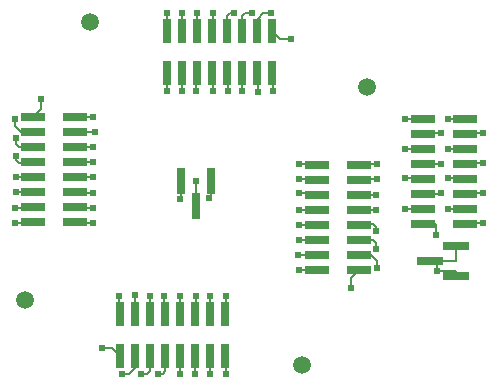
<source format=gtl>
G75*
%MOIN*%
%OFA0B0*%
%FSLAX25Y25*%
%IPPOS*%
%LPD*%
%AMOC8*
5,1,8,0,0,1.08239X$1,22.5*
%
%ADD10R,0.02992X0.08858*%
%ADD11R,0.02992X0.08071*%
%ADD12R,0.08071X0.02992*%
%ADD13R,0.08858X0.02992*%
%ADD14C,0.05937*%
%ADD15C,0.00787*%
%ADD16C,0.02381*%
D10*
X0146669Y0207299D03*
X0141669Y0215961D03*
X0151669Y0215961D03*
D11*
X0152043Y0251886D03*
X0147043Y0251886D03*
X0142043Y0251886D03*
X0137043Y0251886D03*
X0137043Y0265862D03*
X0142043Y0265862D03*
X0147043Y0265862D03*
X0152043Y0265862D03*
X0157043Y0265862D03*
X0162043Y0265862D03*
X0167043Y0265862D03*
X0172043Y0265862D03*
X0172043Y0251886D03*
X0167043Y0251886D03*
X0162043Y0251886D03*
X0157043Y0251886D03*
X0156295Y0171374D03*
X0151295Y0171374D03*
X0146295Y0171374D03*
X0141295Y0171374D03*
X0136295Y0171374D03*
X0131295Y0171374D03*
X0126295Y0171374D03*
X0121295Y0171374D03*
X0121295Y0157398D03*
X0126295Y0157398D03*
X0131295Y0157398D03*
X0136295Y0157398D03*
X0141295Y0157398D03*
X0146295Y0157398D03*
X0151295Y0157398D03*
X0156295Y0157398D03*
D12*
X0186925Y0186256D03*
X0186925Y0191256D03*
X0186925Y0196256D03*
X0186925Y0201256D03*
X0186925Y0206256D03*
X0186925Y0211256D03*
X0186925Y0216256D03*
X0186925Y0221256D03*
X0200902Y0221256D03*
X0200902Y0216256D03*
X0200902Y0211256D03*
X0200902Y0206256D03*
X0200902Y0201256D03*
X0200902Y0196256D03*
X0200902Y0191256D03*
X0200902Y0186256D03*
X0222358Y0201610D03*
X0222358Y0206610D03*
X0222358Y0211610D03*
X0222358Y0216610D03*
X0222358Y0221610D03*
X0222358Y0226610D03*
X0222358Y0231610D03*
X0222358Y0236610D03*
X0236335Y0236610D03*
X0236335Y0231610D03*
X0236335Y0226610D03*
X0236335Y0221610D03*
X0236335Y0216610D03*
X0236335Y0211610D03*
X0236335Y0206610D03*
X0236335Y0201610D03*
X0106413Y0202004D03*
X0106413Y0207004D03*
X0106413Y0212004D03*
X0106413Y0217004D03*
X0106413Y0222004D03*
X0106413Y0227004D03*
X0106413Y0232004D03*
X0106413Y0237004D03*
X0092437Y0237004D03*
X0092437Y0232004D03*
X0092437Y0227004D03*
X0092437Y0222004D03*
X0092437Y0217004D03*
X0092437Y0212004D03*
X0092437Y0207004D03*
X0092437Y0202004D03*
D13*
X0224622Y0189189D03*
X0233283Y0194189D03*
X0233283Y0184189D03*
D14*
X0182102Y0154543D03*
X0203756Y0247063D03*
X0111236Y0268717D03*
X0089583Y0176197D03*
D15*
X0092220Y0201787D02*
X0086433Y0201787D01*
X0086433Y0206906D02*
X0092339Y0206906D01*
X0092437Y0207004D01*
X0092437Y0212004D02*
X0092417Y0212024D01*
X0086631Y0212024D01*
X0086631Y0217142D02*
X0092299Y0217142D01*
X0092437Y0217004D01*
X0092299Y0221866D02*
X0087614Y0221866D01*
X0086631Y0222850D01*
X0086631Y0224228D01*
X0087614Y0226984D02*
X0092417Y0226984D01*
X0092437Y0227004D01*
X0092437Y0222004D02*
X0092299Y0221866D01*
X0087614Y0226984D02*
X0086611Y0227987D01*
X0086611Y0230134D01*
X0088402Y0232102D02*
X0092339Y0232102D01*
X0092437Y0232004D01*
X0092437Y0237004D02*
X0095094Y0239661D01*
X0095094Y0243126D01*
X0086433Y0236433D02*
X0086433Y0234071D01*
X0088402Y0232102D01*
X0104150Y0212811D02*
X0105606Y0212811D01*
X0106413Y0212004D01*
X0105331Y0211630D02*
X0104150Y0212811D01*
X0105331Y0211630D02*
X0112417Y0211630D01*
X0112417Y0206906D02*
X0106512Y0206906D01*
X0106413Y0207004D01*
X0106413Y0202004D02*
X0106630Y0201787D01*
X0112417Y0201787D01*
X0112417Y0217142D02*
X0106551Y0217142D01*
X0106413Y0217004D01*
X0106413Y0222004D02*
X0106669Y0222260D01*
X0112417Y0222260D01*
X0112417Y0226984D02*
X0106433Y0226984D01*
X0106413Y0227004D01*
X0106413Y0232004D02*
X0106512Y0232102D01*
X0112811Y0232102D01*
X0112417Y0237220D02*
X0106630Y0237220D01*
X0106413Y0237004D01*
X0136827Y0245882D02*
X0136827Y0251669D01*
X0137043Y0251886D01*
X0141945Y0251787D02*
X0141945Y0245882D01*
X0146669Y0245882D02*
X0146669Y0252969D01*
X0147850Y0254150D01*
X0147850Y0252693D01*
X0147043Y0251886D01*
X0152043Y0251886D02*
X0152181Y0251748D01*
X0152181Y0245882D01*
X0157299Y0245882D02*
X0157299Y0251630D01*
X0157043Y0251886D01*
X0162024Y0251866D02*
X0162024Y0245882D01*
X0167142Y0245488D02*
X0167142Y0251787D01*
X0167043Y0251886D01*
X0172043Y0251886D02*
X0172260Y0251669D01*
X0172260Y0245882D01*
X0162043Y0251886D02*
X0162024Y0251866D01*
X0162043Y0265862D02*
X0162024Y0265882D01*
X0162024Y0270685D01*
X0163027Y0271688D01*
X0165173Y0271688D01*
X0167142Y0269898D02*
X0167142Y0265961D01*
X0167043Y0265862D01*
X0172043Y0265862D02*
X0174701Y0263205D01*
X0178165Y0263205D01*
X0171472Y0271866D02*
X0169110Y0271866D01*
X0167142Y0269898D01*
X0159268Y0271669D02*
X0157889Y0271669D01*
X0156906Y0270685D01*
X0156906Y0266000D01*
X0157043Y0265862D01*
X0152181Y0266000D02*
X0152043Y0265862D01*
X0152181Y0266000D02*
X0152181Y0271669D01*
X0147063Y0271669D02*
X0147063Y0265882D01*
X0147043Y0265862D01*
X0142043Y0265862D02*
X0141945Y0265961D01*
X0141945Y0271866D01*
X0136827Y0271866D02*
X0136827Y0266079D01*
X0137043Y0265862D01*
X0142043Y0251886D02*
X0141945Y0251787D01*
X0141669Y0215961D02*
X0141669Y0210173D01*
X0141157Y0209661D01*
X0146669Y0207299D02*
X0146669Y0215961D01*
X0151669Y0215961D02*
X0151669Y0210724D01*
X0151000Y0210055D01*
X0151394Y0177378D02*
X0151394Y0171472D01*
X0151295Y0171374D01*
X0146669Y0170291D02*
X0145488Y0169110D01*
X0145488Y0170567D01*
X0146295Y0171374D01*
X0146669Y0170291D02*
X0146669Y0177378D01*
X0141157Y0177378D02*
X0141157Y0171512D01*
X0141295Y0171374D01*
X0136295Y0171374D02*
X0136039Y0171630D01*
X0136039Y0177378D01*
X0131315Y0177378D02*
X0131315Y0171394D01*
X0131295Y0171374D01*
X0126295Y0171374D02*
X0126197Y0171472D01*
X0126197Y0177772D01*
X0121079Y0177378D02*
X0121079Y0171591D01*
X0121295Y0171374D01*
X0118638Y0160055D02*
X0115173Y0160055D01*
X0118638Y0160055D02*
X0121295Y0157398D01*
X0126197Y0157299D02*
X0126197Y0153362D01*
X0124228Y0151394D01*
X0121866Y0151394D01*
X0128165Y0151572D02*
X0130312Y0151572D01*
X0131315Y0152575D01*
X0131315Y0157378D01*
X0131295Y0157398D01*
X0126295Y0157398D02*
X0126197Y0157299D01*
X0134071Y0151591D02*
X0135450Y0151591D01*
X0136433Y0152575D01*
X0136433Y0157260D01*
X0136295Y0157398D01*
X0141157Y0157260D02*
X0141157Y0151591D01*
X0146276Y0151591D02*
X0146276Y0157378D01*
X0146295Y0157398D01*
X0141295Y0157398D02*
X0141157Y0157260D01*
X0151295Y0157398D02*
X0151394Y0157299D01*
X0151394Y0151394D01*
X0156512Y0151394D02*
X0156512Y0157181D01*
X0156295Y0157398D01*
X0156295Y0171374D02*
X0156512Y0171591D01*
X0156512Y0177378D01*
X0180528Y0191157D02*
X0186827Y0191157D01*
X0186925Y0191256D01*
X0186925Y0196256D02*
X0186906Y0196276D01*
X0180921Y0196276D01*
X0180921Y0201000D02*
X0186669Y0201000D01*
X0186925Y0201256D01*
X0186787Y0206118D02*
X0180921Y0206118D01*
X0180921Y0211630D02*
X0188008Y0211630D01*
X0189189Y0210449D01*
X0187732Y0210449D01*
X0186925Y0211256D01*
X0186925Y0206256D02*
X0186787Y0206118D01*
X0186925Y0216256D02*
X0186827Y0216354D01*
X0180921Y0216354D01*
X0180921Y0221472D02*
X0186709Y0221472D01*
X0186925Y0221256D01*
X0200902Y0221256D02*
X0201118Y0221472D01*
X0206906Y0221472D01*
X0206906Y0216354D02*
X0201000Y0216354D01*
X0200902Y0216256D01*
X0200902Y0211256D02*
X0200921Y0211236D01*
X0206708Y0211236D01*
X0206708Y0206118D02*
X0201039Y0206118D01*
X0200902Y0206256D01*
X0201039Y0201394D02*
X0200902Y0201256D01*
X0201039Y0201394D02*
X0205724Y0201394D01*
X0206708Y0200410D01*
X0206708Y0199031D01*
X0205724Y0196276D02*
X0206728Y0195272D01*
X0206728Y0193126D01*
X0204937Y0191157D02*
X0201000Y0191157D01*
X0200902Y0191256D01*
X0200902Y0196256D02*
X0200921Y0196276D01*
X0205724Y0196276D01*
X0204937Y0191157D02*
X0206906Y0189189D01*
X0206906Y0186827D01*
X0200902Y0186256D02*
X0198244Y0183598D01*
X0198244Y0180134D01*
X0186925Y0186256D02*
X0186709Y0186039D01*
X0180921Y0186039D01*
X0216354Y0206512D02*
X0222358Y0206512D01*
X0222358Y0206610D01*
X0222358Y0211610D02*
X0228146Y0211610D01*
X0228165Y0211630D01*
X0230528Y0206512D02*
X0236335Y0206512D01*
X0236335Y0206610D01*
X0236335Y0206512D02*
X0239189Y0206512D01*
X0236335Y0211610D02*
X0236335Y0211630D01*
X0242339Y0211630D01*
X0236335Y0216610D02*
X0236335Y0216748D01*
X0230528Y0216748D01*
X0228165Y0221472D02*
X0222358Y0221472D01*
X0222358Y0221610D01*
X0222358Y0226591D02*
X0222358Y0226610D01*
X0222358Y0226591D02*
X0216354Y0226591D01*
X0222358Y0231610D02*
X0222358Y0231709D01*
X0228165Y0231709D01*
X0230528Y0236433D02*
X0236335Y0236433D01*
X0236335Y0236610D01*
X0236335Y0231709D02*
X0236335Y0231610D01*
X0236335Y0231709D02*
X0242339Y0231709D01*
X0236335Y0226610D02*
X0236335Y0226591D01*
X0230528Y0226591D01*
X0236335Y0221866D02*
X0236335Y0221610D01*
X0236335Y0221866D02*
X0242339Y0221866D01*
X0242339Y0201787D02*
X0236335Y0201787D01*
X0236335Y0201610D01*
X0233283Y0194189D02*
X0233283Y0189189D01*
X0227064Y0189189D01*
X0224622Y0189189D01*
X0227064Y0189189D02*
X0227064Y0185646D01*
X0233283Y0185646D01*
X0233283Y0184189D01*
X0226591Y0197850D02*
X0226591Y0201610D01*
X0222358Y0201610D01*
X0222358Y0216610D02*
X0222358Y0216748D01*
X0216354Y0216748D01*
X0216354Y0236433D02*
X0222358Y0236433D01*
X0222358Y0236610D01*
X0092437Y0202004D02*
X0092220Y0201787D01*
D16*
X0121866Y0151394D03*
X0128165Y0151572D03*
X0134071Y0151591D03*
X0141157Y0151591D03*
X0146276Y0151591D03*
X0151394Y0151394D03*
X0156512Y0151394D03*
X0156512Y0177378D03*
X0151394Y0177378D03*
X0146669Y0177378D03*
X0141157Y0177378D03*
X0136039Y0177378D03*
X0131315Y0177378D03*
X0126197Y0177772D03*
X0121079Y0177378D03*
X0115173Y0160055D03*
X0112417Y0201787D03*
X0112417Y0206906D03*
X0112417Y0211630D03*
X0112417Y0217142D03*
X0112417Y0222260D03*
X0112417Y0226984D03*
X0112811Y0232102D03*
X0112417Y0237220D03*
X0095094Y0243126D03*
X0086433Y0236433D03*
X0086611Y0230134D03*
X0086631Y0224228D03*
X0086631Y0217142D03*
X0086631Y0212024D03*
X0086433Y0206906D03*
X0086433Y0201787D03*
X0136827Y0245882D03*
X0141945Y0245882D03*
X0146669Y0245882D03*
X0152181Y0245882D03*
X0157299Y0245882D03*
X0162024Y0245882D03*
X0167142Y0245488D03*
X0172260Y0245882D03*
X0178165Y0263205D03*
X0171472Y0271866D03*
X0165173Y0271688D03*
X0159268Y0271669D03*
X0152181Y0271669D03*
X0147063Y0271669D03*
X0141945Y0271866D03*
X0136827Y0271866D03*
X0180921Y0221472D03*
X0180921Y0216354D03*
X0180921Y0211630D03*
X0180921Y0206118D03*
X0180921Y0201000D03*
X0180921Y0196276D03*
X0180528Y0191157D03*
X0180921Y0186039D03*
X0198244Y0180134D03*
X0206906Y0186827D03*
X0206728Y0193126D03*
X0206708Y0199031D03*
X0206708Y0206118D03*
X0206708Y0211236D03*
X0206906Y0216354D03*
X0206906Y0221472D03*
X0216354Y0216748D03*
X0216354Y0226591D03*
X0216354Y0236433D03*
X0228165Y0231709D03*
X0230528Y0236433D03*
X0230528Y0226591D03*
X0228165Y0221472D03*
X0230528Y0216748D03*
X0228165Y0211630D03*
X0230528Y0206512D03*
X0226591Y0197850D03*
X0216354Y0206512D03*
X0227064Y0185646D03*
X0242339Y0201787D03*
X0242339Y0211630D03*
X0242339Y0221866D03*
X0242339Y0231709D03*
X0151000Y0210055D03*
X0146669Y0215961D03*
X0141157Y0209661D03*
M02*

</source>
